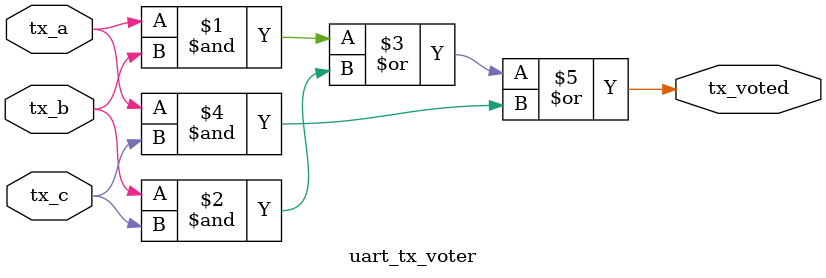
<source format=v>

module uart_tx_voter (
    input  tx_a,      // TX output from UART instance A
    input  tx_b,      // TX output from UART instance B
    input  tx_c,      // TX output from UART instance C
    output tx_voted   // Voted TX output (majority of 3)
);

// Majority voting logic: (A & B) | (B & C) | (A & C)
// This implements 2-of-3 voting
assign tx_voted = (tx_a & tx_b) | (tx_b & tx_c) | (tx_a & tx_c);

endmodule

</source>
